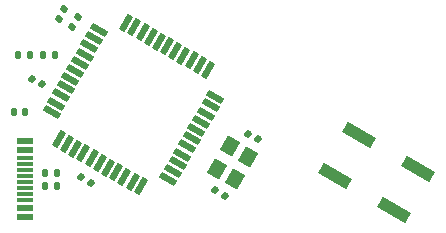
<source format=gtp>
G04 #@! TF.GenerationSoftware,KiCad,Pcbnew,(6.0.2-0)*
G04 #@! TF.CreationDate,2023-02-28T15:21:07-05:00*
G04 #@! TF.ProjectId,daughter_board,64617567-6874-4657-925f-626f6172642e,rev?*
G04 #@! TF.SameCoordinates,Original*
G04 #@! TF.FileFunction,Paste,Top*
G04 #@! TF.FilePolarity,Positive*
%FSLAX46Y46*%
G04 Gerber Fmt 4.6, Leading zero omitted, Abs format (unit mm)*
G04 Created by KiCad (PCBNEW (6.0.2-0)) date 2023-02-28 15:21:07*
%MOMM*%
%LPD*%
G01*
G04 APERTURE LIST*
G04 Aperture macros list*
%AMRoundRect*
0 Rectangle with rounded corners*
0 $1 Rounding radius*
0 $2 $3 $4 $5 $6 $7 $8 $9 X,Y pos of 4 corners*
0 Add a 4 corners polygon primitive as box body*
4,1,4,$2,$3,$4,$5,$6,$7,$8,$9,$2,$3,0*
0 Add four circle primitives for the rounded corners*
1,1,$1+$1,$2,$3*
1,1,$1+$1,$4,$5*
1,1,$1+$1,$6,$7*
1,1,$1+$1,$8,$9*
0 Add four rect primitives between the rounded corners*
20,1,$1+$1,$2,$3,$4,$5,0*
20,1,$1+$1,$4,$5,$6,$7,0*
20,1,$1+$1,$6,$7,$8,$9,0*
20,1,$1+$1,$8,$9,$2,$3,0*%
%AMRotRect*
0 Rectangle, with rotation*
0 The origin of the aperture is its center*
0 $1 length*
0 $2 width*
0 $3 Rotation angle, in degrees counterclockwise*
0 Add horizontal line*
21,1,$1,$2,0,0,$3*%
G04 Aperture macros list end*
%ADD10RoundRect,0.140000X0.140000X0.170000X-0.140000X0.170000X-0.140000X-0.170000X0.140000X-0.170000X0*%
%ADD11RoundRect,0.135000X-0.135000X-0.185000X0.135000X-0.185000X0.135000X0.185000X-0.135000X0.185000X0*%
%ADD12RotRect,1.500000X0.550000X60.000000*%
%ADD13RotRect,1.500000X0.550000X150.000000*%
%ADD14RoundRect,0.135000X0.135000X0.185000X-0.135000X0.185000X-0.135000X-0.185000X0.135000X-0.185000X0*%
%ADD15RoundRect,0.140000X-0.077224X0.206244X-0.217224X-0.036244X0.077224X-0.206244X0.217224X0.036244X0*%
%ADD16RotRect,1.400000X1.200000X240.000000*%
%ADD17RoundRect,0.147500X-0.147500X-0.172500X0.147500X-0.172500X0.147500X0.172500X-0.147500X0.172500X0*%
%ADD18R,1.450000X0.600000*%
%ADD19R,1.450000X0.300000*%
%ADD20RoundRect,0.140000X0.206244X0.077224X-0.036244X0.217224X-0.206244X-0.077224X0.036244X-0.217224X0*%
%ADD21RoundRect,0.140000X-0.206244X-0.077224X0.036244X-0.217224X0.206244X0.077224X-0.036244X0.217224X0*%
%ADD22RotRect,2.750000X1.000000X150.000000*%
G04 APERTURE END LIST*
D10*
X46590000Y-95050000D03*
X45630000Y-95050000D03*
D11*
X48220000Y-101360000D03*
X49240000Y-101360000D03*
D12*
X49435898Y-97366345D03*
X50128719Y-97766345D03*
X50821539Y-98166345D03*
X51514359Y-98566345D03*
X52207180Y-98966345D03*
X52900000Y-99366345D03*
X53592820Y-99766345D03*
X54285641Y-100166345D03*
X54978461Y-100566345D03*
X55671281Y-100966345D03*
X56364102Y-101366345D03*
D13*
X58686345Y-100744102D03*
X59086345Y-100051281D03*
X59486345Y-99358461D03*
X59886345Y-98665641D03*
X60286345Y-97972820D03*
X60686345Y-97280000D03*
X61086345Y-96587180D03*
X61486345Y-95894359D03*
X61886345Y-95201539D03*
X62286345Y-94508719D03*
X62686345Y-93815898D03*
D12*
X62064102Y-91493655D03*
X61371281Y-91093655D03*
X60678461Y-90693655D03*
X59985641Y-90293655D03*
X59292820Y-89893655D03*
X58600000Y-89493655D03*
X57907180Y-89093655D03*
X57214359Y-88693655D03*
X56521539Y-88293655D03*
X55828719Y-87893655D03*
X55135898Y-87493655D03*
D13*
X52813655Y-88115898D03*
X52413655Y-88808719D03*
X52013655Y-89501539D03*
X51613655Y-90194359D03*
X51213655Y-90887180D03*
X50813655Y-91580000D03*
X50413655Y-92272820D03*
X50013655Y-92965641D03*
X49613655Y-93658461D03*
X49213655Y-94351281D03*
X48813655Y-95044102D03*
D14*
X46980000Y-90270000D03*
X45960000Y-90270000D03*
D15*
X51040000Y-87044308D03*
X50560000Y-87875692D03*
D16*
X63963878Y-97982372D03*
X62863878Y-99887628D03*
X64336122Y-100737628D03*
X65436122Y-98832372D03*
D17*
X48105000Y-90270000D03*
X49075000Y-90270000D03*
D18*
X46560000Y-97515000D03*
X46560000Y-98290000D03*
D19*
X46560000Y-98990000D03*
X46560000Y-99490000D03*
X46560000Y-99990000D03*
X46560000Y-100490000D03*
X46560000Y-100990000D03*
X46560000Y-101490000D03*
X46560000Y-101990000D03*
X46560000Y-102490000D03*
D18*
X46560000Y-103190000D03*
X46560000Y-103965000D03*
D20*
X63515692Y-102170000D03*
X62684308Y-101690000D03*
D11*
X48220000Y-100240000D03*
X49240000Y-100240000D03*
D15*
X49900000Y-86354308D03*
X49420000Y-87185692D03*
D20*
X47995692Y-92730000D03*
X47164308Y-92250000D03*
X52135692Y-101070000D03*
X51304308Y-100590000D03*
D21*
X65464308Y-96890000D03*
X66295692Y-97370000D03*
D22*
X72845847Y-100492051D03*
X77834153Y-103372051D03*
X74845847Y-97027949D03*
X79834153Y-99907949D03*
M02*

</source>
